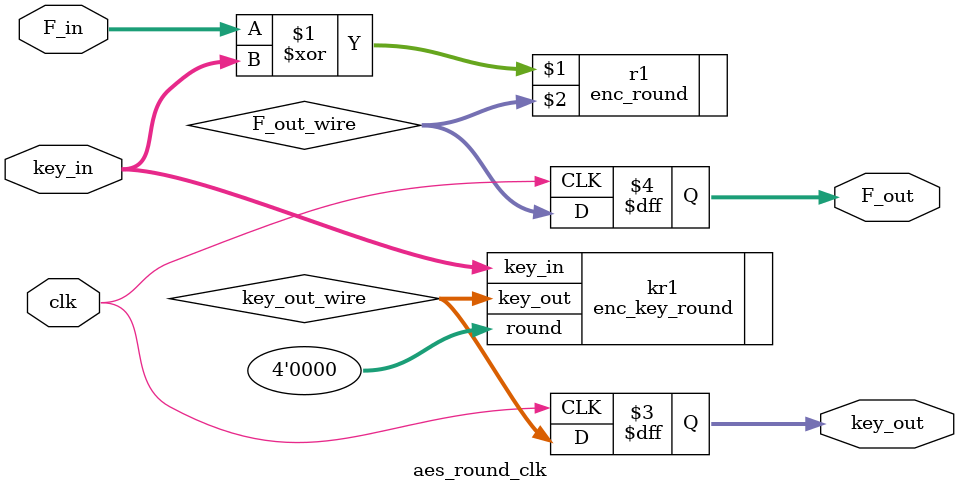
<source format=v>


//`include "timescale.v"

module aes_round_clk(clk, key_in, F_in, key_out, F_out );
input   clk;
input	[127:0]	key_in;
input	[127:0]	F_in;
output reg	[127:0]	key_out;
output reg	[127:0] F_out;

wire [127:0] key_out_wire;
wire [127:0] F_out_wire;

enc_round r1(F_in ^ key_in, F_out_wire);	
enc_key_round kr1 (.key_in(key_in),.round(4'h0),.key_out(key_out_wire));

always@(posedge clk) begin
	key_out <= key_out_wire;
	F_out <= F_out_wire;
end

endmodule



</source>
